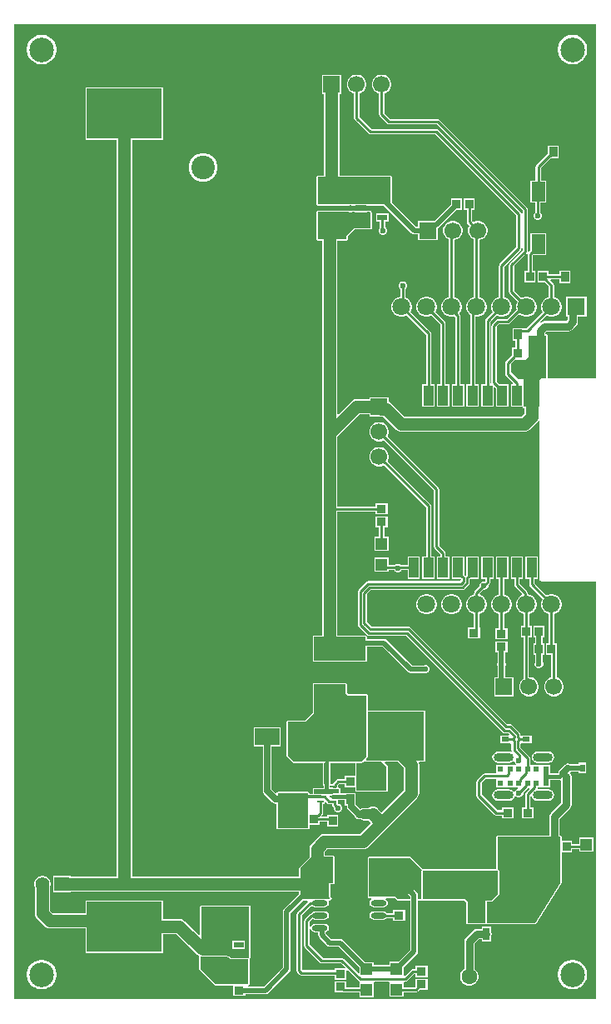
<source format=gtl>
G04*
G04 #@! TF.GenerationSoftware,Altium Limited,Altium Designer,22.2.1 (43)*
G04*
G04 Layer_Physical_Order=1*
G04 Layer_Color=255*
%FSLAX25Y25*%
%MOIN*%
G70*
G04*
G04 #@! TF.SameCoordinates,7FF29AC8-F327-4267-8616-DCF866A2A884*
G04*
G04*
G04 #@! TF.FilePolarity,Positive*
G04*
G01*
G75*
%ADD10C,0.01000*%
%ADD21R,0.04724X0.04724*%
%ADD22R,0.03347X0.03740*%
%ADD23R,0.03740X0.03347*%
%ADD24R,0.03150X0.01968*%
%ADD25R,0.01968X0.03150*%
%ADD26R,0.03543X0.03937*%
%ADD27R,0.30000X0.20000*%
%ADD28R,0.03937X0.07874*%
%ADD29R,0.02756X0.02756*%
%ADD30R,0.06496X0.04724*%
%ADD31R,0.03937X0.03543*%
%ADD32R,0.09843X0.06693*%
%ADD33O,0.06299X0.02362*%
%ADD34R,0.11811X0.13780*%
%ADD35R,0.04724X0.06496*%
%ADD36R,0.03937X0.02362*%
%ADD37R,0.09705X0.04134*%
%ADD38R,0.09705X0.13937*%
%ADD39R,0.02756X0.04921*%
%ADD40R,0.02677X0.01102*%
%ADD41R,0.05315X0.07874*%
%ADD74C,0.02000*%
%ADD75C,0.05000*%
%ADD76C,0.01200*%
%ADD77C,0.01500*%
%ADD78C,0.03000*%
%ADD79C,0.02500*%
%ADD80C,0.04000*%
%ADD81C,0.06299*%
%ADD82R,0.06693X0.06693*%
%ADD83C,0.06693*%
%ADD84R,0.02441X0.02441*%
%ADD85O,0.07874X0.03543*%
%ADD86C,0.09449*%
%ADD87C,0.09843*%
%ADD88R,0.07087X0.07087*%
%ADD89C,0.07087*%
%ADD90C,0.05512*%
%ADD91R,0.05906X0.05512*%
%ADD92R,0.06693X0.06693*%
%ADD93C,0.02362*%
G36*
X143500Y316887D02*
Y310500D01*
X137000D01*
X134000Y307500D01*
Y306000D01*
X122500D01*
Y317000D01*
X134728D01*
X135166Y316819D01*
X135834D01*
X136272Y317000D01*
X137200D01*
Y316819D01*
X142138D01*
Y317000D01*
X143228D01*
X143500Y316887D01*
D02*
G37*
G36*
X234000Y250303D02*
X214541D01*
Y267500D01*
X214383Y267883D01*
X214000Y268041D01*
X213496D01*
Y268626D01*
X214059Y269189D01*
X222806D01*
X223587Y269344D01*
X224248Y269786D01*
X226006Y271544D01*
X226448Y272205D01*
X226603Y272986D01*
Y274957D01*
X230043D01*
Y283043D01*
X221957D01*
Y274957D01*
X222525D01*
Y273830D01*
X221962Y273268D01*
X213214D01*
X212434Y273112D01*
X211914Y272765D01*
X211596Y273154D01*
X213954Y275512D01*
X214439Y275232D01*
X215468Y274957D01*
X216532D01*
X217561Y275232D01*
X218483Y275765D01*
X219235Y276517D01*
X219768Y277439D01*
X220043Y278468D01*
Y279532D01*
X219768Y280561D01*
X219235Y281483D01*
X218483Y282235D01*
X217561Y282768D01*
X217020Y282913D01*
Y287559D01*
X216942Y287949D01*
X216721Y288280D01*
X215482Y289518D01*
X215674Y289980D01*
X219071D01*
Y288531D01*
X223614D01*
Y293468D01*
X219071D01*
Y292020D01*
X214732D01*
Y293370D01*
X210386D01*
Y288630D01*
X213487D01*
X214980Y287137D01*
Y282913D01*
X214439Y282768D01*
X213517Y282235D01*
X212765Y281483D01*
X212232Y280561D01*
X211957Y279532D01*
Y278468D01*
X212232Y277439D01*
X212512Y276954D01*
X206046Y270488D01*
X203929D01*
X203831Y270468D01*
X200386D01*
Y265531D01*
X201480D01*
Y262732D01*
X200130D01*
Y259631D01*
X197779Y257280D01*
X197558Y256949D01*
X197480Y256559D01*
Y252000D01*
X197558Y251610D01*
X197779Y251279D01*
X200600Y248458D01*
X200409Y247996D01*
X199705D01*
Y239122D01*
X204459D01*
Y239000D01*
X204617Y238617D01*
X205000Y238459D01*
X205053D01*
Y236182D01*
X203896Y235026D01*
X157253D01*
X151986Y240293D01*
X151359Y240774D01*
X150847Y240986D01*
Y242846D01*
X143154D01*
Y242026D01*
X138000D01*
X138000Y242026D01*
X137217Y241923D01*
X136487Y241620D01*
X135860Y241140D01*
X135860Y241140D01*
X130738Y236017D01*
X130276Y236208D01*
Y305459D01*
X134000D01*
X134383Y305617D01*
X134541Y306000D01*
Y307276D01*
X137224Y309959D01*
X143500D01*
X143883Y310117D01*
X144041Y310500D01*
Y316887D01*
X144000Y316987D01*
Y317095D01*
X143924Y317171D01*
X143883Y317270D01*
X143783Y317311D01*
X143707Y317388D01*
X143436Y317500D01*
X143328D01*
X143228Y317541D01*
X142138D01*
X141755Y317383D01*
X141745Y317360D01*
X137593D01*
X137583Y317383D01*
X137200Y317541D01*
X136272D01*
X136172Y317500D01*
X136065D01*
X135727Y317360D01*
X135273D01*
X134935Y317500D01*
X134828D01*
X134728Y317541D01*
X122500D01*
X122117Y317383D01*
X121959Y317000D01*
Y306000D01*
X122117Y305617D01*
X122500Y305459D01*
X124224D01*
Y228250D01*
Y198000D01*
Y147541D01*
X121000D01*
X120617Y147383D01*
X120459Y147000D01*
Y137500D01*
X120617Y137117D01*
X121000Y136959D01*
X141500D01*
X141883Y137117D01*
X142041Y137500D01*
Y142971D01*
X148366D01*
X158419Y132919D01*
X158915Y132587D01*
X159500Y132471D01*
X164799D01*
X165166Y132319D01*
X165834D01*
X166452Y132575D01*
X166925Y133048D01*
X167181Y133666D01*
Y134334D01*
X166925Y134952D01*
X166452Y135425D01*
X165834Y135681D01*
X165166D01*
X164799Y135529D01*
X160134D01*
X150081Y145581D01*
X149585Y145913D01*
X149000Y146029D01*
X142041D01*
Y147000D01*
X141883Y147383D01*
X141500Y147541D01*
X130276D01*
Y197099D01*
X145630D01*
Y195945D01*
X150370D01*
Y200291D01*
X145630D01*
Y199138D01*
X130276D01*
Y226997D01*
X139253Y235974D01*
X143154D01*
Y235154D01*
X147650D01*
X147846Y235128D01*
X148593D01*
X153860Y229860D01*
X153860Y229860D01*
X154487Y229380D01*
X155217Y229077D01*
X156000Y228974D01*
X205150D01*
X205933Y229077D01*
X206663Y229380D01*
X207289Y229860D01*
X210218Y232789D01*
X210218Y232789D01*
X210699Y233416D01*
X211197Y233312D01*
Y170000D01*
X211258Y169693D01*
X211432Y169432D01*
X211693Y169258D01*
X212000Y169197D01*
X234000D01*
Y2000D01*
X1000D01*
Y392000D01*
X234000D01*
Y250303D01*
D02*
G37*
G36*
X214000D02*
X212000D01*
X211693Y250242D01*
X211432Y250068D01*
X211258Y249807D01*
X211197Y249500D01*
Y239197D01*
X211000Y239000D01*
X205000D01*
Y250000D01*
X203000D01*
X199815Y253185D01*
Y256432D01*
X201257Y257874D01*
X205874D01*
X207000Y259000D01*
Y267500D01*
X214000D01*
Y250303D01*
D02*
G37*
G36*
X141500Y137500D02*
X121000D01*
Y147000D01*
X141500D01*
Y137500D01*
D02*
G37*
%LPC*%
G36*
X224991Y387795D02*
X223828D01*
X222687Y387568D01*
X221612Y387123D01*
X220645Y386477D01*
X219822Y385654D01*
X219176Y384687D01*
X218731Y383612D01*
X218504Y382471D01*
Y381308D01*
X218731Y380167D01*
X219176Y379093D01*
X219822Y378125D01*
X220645Y377303D01*
X221612Y376656D01*
X222687Y376211D01*
X223828Y375984D01*
X224991D01*
X226132Y376211D01*
X227207Y376656D01*
X228174Y377303D01*
X228997Y378125D01*
X229643Y379093D01*
X230088Y380167D01*
X230315Y381308D01*
Y382471D01*
X230088Y383612D01*
X229643Y384687D01*
X228997Y385654D01*
X228174Y386477D01*
X227207Y387123D01*
X226132Y387568D01*
X224991Y387795D01*
D02*
G37*
G36*
X12393D02*
X11229D01*
X10088Y387568D01*
X9014Y387123D01*
X8046Y386477D01*
X7224Y385654D01*
X6578Y384687D01*
X6132Y383612D01*
X5906Y382471D01*
Y381308D01*
X6132Y380167D01*
X6578Y379093D01*
X7224Y378125D01*
X8046Y377303D01*
X9014Y376656D01*
X10088Y376211D01*
X11229Y375984D01*
X12393D01*
X13534Y376211D01*
X14608Y376656D01*
X15576Y377303D01*
X16398Y378125D01*
X17044Y379093D01*
X17490Y380167D01*
X17717Y381308D01*
Y382471D01*
X17490Y383612D01*
X17044Y384687D01*
X16398Y385654D01*
X15576Y386477D01*
X14608Y387123D01*
X13534Y387568D01*
X12393Y387795D01*
D02*
G37*
G36*
X77248Y340461D02*
X75744D01*
X74292Y340072D01*
X72991Y339320D01*
X71928Y338257D01*
X71176Y336955D01*
X70787Y335504D01*
Y334000D01*
X71176Y332548D01*
X71928Y331247D01*
X72991Y330184D01*
X74292Y329432D01*
X75744Y329043D01*
X77248D01*
X78699Y329432D01*
X80001Y330184D01*
X81064Y331247D01*
X81816Y332548D01*
X82205Y334000D01*
Y335504D01*
X81816Y336955D01*
X81064Y338257D01*
X80001Y339320D01*
X78699Y340072D01*
X77248Y340461D01*
D02*
G37*
G36*
X148506Y371847D02*
X147494D01*
X146515Y371584D01*
X145638Y371078D01*
X144922Y370362D01*
X144416Y369485D01*
X144153Y368506D01*
Y367494D01*
X144416Y366515D01*
X144922Y365638D01*
X145638Y364922D01*
X146515Y364416D01*
X146980Y364291D01*
Y356000D01*
X147058Y355610D01*
X147279Y355279D01*
X150279Y352279D01*
X150610Y352058D01*
X151000Y351980D01*
X170078D01*
X204480Y317578D01*
Y316246D01*
X203980Y316197D01*
X203942Y316390D01*
X203721Y316721D01*
X170721Y349721D01*
X170390Y349942D01*
X170000Y350020D01*
X143922D01*
X139020Y354922D01*
Y364291D01*
X139485Y364416D01*
X140362Y364922D01*
X141078Y365638D01*
X141584Y366515D01*
X141847Y367494D01*
Y368506D01*
X141584Y369485D01*
X141078Y370362D01*
X140362Y371078D01*
X139485Y371584D01*
X138506Y371847D01*
X137494D01*
X136515Y371584D01*
X135638Y371078D01*
X134922Y370362D01*
X134416Y369485D01*
X134153Y368506D01*
Y367494D01*
X134416Y366515D01*
X134922Y365638D01*
X135638Y364922D01*
X136515Y364416D01*
X136980Y364291D01*
Y354500D01*
X137058Y354110D01*
X137279Y353779D01*
X142779Y348279D01*
X143110Y348058D01*
X143500Y347980D01*
X169578D01*
X201980Y315578D01*
Y302922D01*
X195279Y296221D01*
X195058Y295890D01*
X194980Y295500D01*
Y282913D01*
X194439Y282768D01*
X193517Y282235D01*
X192765Y281483D01*
X192232Y280561D01*
X191957Y279532D01*
Y278468D01*
X192232Y277439D01*
X192512Y276954D01*
X189641Y274083D01*
X189420Y273752D01*
X189343Y273362D01*
Y247996D01*
X187894D01*
Y239122D01*
X192831D01*
Y246869D01*
X193293Y247061D01*
X193799Y246554D01*
Y239122D01*
X198736D01*
Y247996D01*
X195241D01*
X194020Y249218D01*
Y271078D01*
X194922Y271980D01*
X198500D01*
X198890Y272058D01*
X199221Y272279D01*
X203112Y276170D01*
X203517Y275765D01*
X204439Y275232D01*
X205468Y274957D01*
X206532D01*
X207561Y275232D01*
X208483Y275765D01*
X209235Y276517D01*
X209768Y277439D01*
X210043Y278468D01*
Y279532D01*
X209768Y280561D01*
X209235Y281483D01*
X208483Y282235D01*
X207561Y282768D01*
X206532Y283043D01*
X205468D01*
X204439Y282768D01*
X203954Y282488D01*
X201020Y285422D01*
Y295290D01*
X205963Y300233D01*
X206423Y299987D01*
X206421Y299977D01*
Y293370D01*
X205268D01*
Y288630D01*
X209614D01*
Y293370D01*
X208460D01*
Y299543D01*
X208519D01*
X208617Y299562D01*
X213833D01*
Y308436D01*
X207519D01*
Y301426D01*
X207306Y301283D01*
X206978Y300956D01*
X206518Y301202D01*
X206520Y301213D01*
Y318000D01*
X206442Y318390D01*
X206221Y318721D01*
X171221Y353721D01*
X170890Y353942D01*
X170500Y354020D01*
X151422D01*
X149020Y356422D01*
Y364291D01*
X149485Y364416D01*
X150362Y364922D01*
X151078Y365638D01*
X151584Y366515D01*
X151847Y367494D01*
Y368506D01*
X151584Y369485D01*
X151078Y370362D01*
X150362Y371078D01*
X149485Y371584D01*
X148506Y371847D01*
D02*
G37*
G36*
X218957Y343468D02*
X214413D01*
Y340170D01*
X209955Y335712D01*
X209734Y335381D01*
X209656Y334991D01*
Y329436D01*
X207519D01*
Y320562D01*
X209480D01*
Y316858D01*
X209075Y316452D01*
X208819Y315834D01*
Y315166D01*
X209075Y314548D01*
X209548Y314075D01*
X210166Y313819D01*
X210834D01*
X211452Y314075D01*
X211925Y314548D01*
X212181Y315166D01*
Y315834D01*
X211925Y316452D01*
X211520Y316858D01*
Y320562D01*
X213833D01*
Y329436D01*
X211696D01*
Y334569D01*
X215658Y338531D01*
X218957D01*
Y343468D01*
D02*
G37*
G36*
X150800Y316441D02*
X145863D01*
Y313079D01*
X147311D01*
Y310689D01*
X147075Y310452D01*
X146819Y309834D01*
Y309166D01*
X147075Y308548D01*
X147548Y308075D01*
X148166Y307819D01*
X148834D01*
X149452Y308075D01*
X149925Y308548D01*
X150181Y309166D01*
Y309834D01*
X149925Y310452D01*
X149452Y310925D01*
X149351Y310967D01*
Y313079D01*
X150800D01*
Y316441D01*
D02*
G37*
G36*
X131846Y371847D02*
X124153D01*
Y364154D01*
X124974D01*
Y331541D01*
X122500D01*
X122117Y331383D01*
X121959Y331000D01*
Y320000D01*
X122117Y319617D01*
X122500Y319459D01*
X134728D01*
X134828Y319500D01*
X134935D01*
X135273Y319640D01*
X135727D01*
X136065Y319500D01*
X136172D01*
X136272Y319459D01*
X137200D01*
X137583Y319617D01*
X137593Y319640D01*
X141745D01*
X141755Y319617D01*
X142138Y319459D01*
X143228D01*
X143328Y319500D01*
X143436D01*
X143773Y319640D01*
X144227D01*
X144564Y319500D01*
X144672D01*
X144772Y319459D01*
X148950D01*
X159990Y308419D01*
X160486Y308087D01*
X161071Y307971D01*
X162654D01*
Y305654D01*
X170346D01*
Y310428D01*
X170373Y310434D01*
X170869Y310765D01*
X177734Y317630D01*
X180114D01*
Y322370D01*
X175768D01*
Y319990D01*
X169154Y313376D01*
X168846D01*
X168699Y313347D01*
X162654D01*
Y311029D01*
X161705D01*
X152041Y320693D01*
Y331000D01*
X151883Y331383D01*
X151500Y331541D01*
X131026D01*
Y364154D01*
X131846D01*
Y371847D01*
D02*
G37*
G36*
X185232Y322370D02*
X180886D01*
Y317630D01*
X182039D01*
Y312941D01*
X182117Y312551D01*
X182338Y312220D01*
X183156Y311402D01*
X182916Y310985D01*
X182653Y310006D01*
Y308994D01*
X182916Y308015D01*
X183422Y307138D01*
X184138Y306422D01*
X184980Y305936D01*
Y282913D01*
X184439Y282768D01*
X183517Y282235D01*
X182765Y281483D01*
X182232Y280561D01*
X181957Y279532D01*
Y278468D01*
X182232Y277439D01*
X182765Y276517D01*
X183443Y275839D01*
X183437Y275810D01*
Y247996D01*
X181988D01*
Y239122D01*
X186925D01*
Y247996D01*
X185476D01*
Y274957D01*
X186532D01*
X187561Y275232D01*
X188483Y275765D01*
X189235Y276517D01*
X189768Y277439D01*
X190043Y278468D01*
Y279532D01*
X189768Y280561D01*
X189235Y281483D01*
X188483Y282235D01*
X187561Y282768D01*
X187020Y282913D01*
Y305657D01*
X187985Y305916D01*
X188862Y306422D01*
X189578Y307138D01*
X190084Y308015D01*
X190347Y308994D01*
Y310006D01*
X190084Y310985D01*
X189578Y311862D01*
X188862Y312578D01*
X187985Y313084D01*
X187006Y313347D01*
X185994D01*
X185015Y313084D01*
X184598Y312844D01*
X184079Y313363D01*
Y317630D01*
X185232D01*
Y322370D01*
D02*
G37*
G36*
X177006Y313347D02*
X175994D01*
X175015Y313084D01*
X174138Y312578D01*
X173422Y311862D01*
X172916Y310985D01*
X172653Y310006D01*
Y308994D01*
X172916Y308015D01*
X173422Y307138D01*
X174138Y306422D01*
X174980Y305936D01*
Y282913D01*
X174439Y282768D01*
X173517Y282235D01*
X172765Y281483D01*
X172232Y280561D01*
X171957Y279532D01*
Y278468D01*
X172232Y277439D01*
X172765Y276517D01*
X173517Y275765D01*
X174439Y275232D01*
X175468Y274957D01*
X176532D01*
X177098Y275108D01*
X177532Y274751D01*
Y247996D01*
X176083D01*
Y239122D01*
X181020D01*
Y247996D01*
X179571D01*
Y275371D01*
X179493Y275761D01*
X179272Y276092D01*
X179041Y276323D01*
X179235Y276517D01*
X179768Y277439D01*
X180043Y278468D01*
Y279532D01*
X179768Y280561D01*
X179235Y281483D01*
X178483Y282235D01*
X177561Y282768D01*
X177020Y282913D01*
Y305657D01*
X177985Y305916D01*
X178862Y306422D01*
X179578Y307138D01*
X180084Y308015D01*
X180347Y308994D01*
Y310006D01*
X180084Y310985D01*
X179578Y311862D01*
X178862Y312578D01*
X177985Y313084D01*
X177006Y313347D01*
D02*
G37*
G36*
X166532Y283043D02*
X165468D01*
X164439Y282768D01*
X163517Y282235D01*
X162765Y281483D01*
X162232Y280561D01*
X161957Y279532D01*
Y278468D01*
X162232Y277439D01*
X162765Y276517D01*
X163517Y275765D01*
X164439Y275232D01*
X165468Y274957D01*
X166532D01*
X167561Y275232D01*
X168046Y275512D01*
X171626Y271932D01*
Y247996D01*
X170177D01*
Y239122D01*
X175114D01*
Y247996D01*
X173665D01*
Y272354D01*
X173588Y272745D01*
X173367Y273075D01*
X169488Y276954D01*
X169768Y277439D01*
X170043Y278468D01*
Y279532D01*
X169768Y280561D01*
X169235Y281483D01*
X168483Y282235D01*
X167561Y282768D01*
X166532Y283043D01*
D02*
G37*
G36*
X156834Y289181D02*
X156166D01*
X155548Y288925D01*
X155075Y288452D01*
X154819Y287834D01*
Y287166D01*
X155075Y286548D01*
X155480Y286142D01*
Y283043D01*
X155468D01*
X154439Y282768D01*
X153517Y282235D01*
X152765Y281483D01*
X152232Y280561D01*
X151957Y279532D01*
Y278468D01*
X152232Y277439D01*
X152765Y276517D01*
X153517Y275765D01*
X154439Y275232D01*
X155468Y274957D01*
X156532D01*
X157561Y275232D01*
X158046Y275512D01*
X165720Y267838D01*
Y247996D01*
X164272D01*
Y239122D01*
X169209D01*
Y247996D01*
X167760D01*
Y268260D01*
X167682Y268650D01*
X167461Y268981D01*
X159488Y276954D01*
X159768Y277439D01*
X160043Y278468D01*
Y279532D01*
X159768Y280561D01*
X159235Y281483D01*
X158483Y282235D01*
X157561Y282768D01*
X157520Y282779D01*
Y286142D01*
X157925Y286548D01*
X158181Y287166D01*
Y287834D01*
X157925Y288452D01*
X157452Y288925D01*
X156834Y289181D01*
D02*
G37*
G36*
X150370Y195173D02*
X145630D01*
Y190827D01*
X146980D01*
Y186996D01*
X145138D01*
Y181272D01*
X150862D01*
Y186996D01*
X149020D01*
Y190827D01*
X150370D01*
Y195173D01*
D02*
G37*
G36*
X163303Y179098D02*
X158366D01*
Y175681D01*
X155696D01*
X155452Y175925D01*
X154834Y176181D01*
X154166D01*
X153548Y175925D01*
X153304Y175681D01*
X150862D01*
Y178728D01*
X145138D01*
Y173004D01*
X150862D01*
Y173642D01*
X153036D01*
X153075Y173548D01*
X153548Y173075D01*
X154166Y172819D01*
X154834D01*
X155452Y173075D01*
X155925Y173548D01*
X155964Y173642D01*
X158366D01*
Y170224D01*
X163303D01*
Y179098D01*
D02*
G37*
G36*
X147506Y232846D02*
X146494D01*
X145515Y232584D01*
X144638Y232078D01*
X143922Y231362D01*
X143416Y230485D01*
X143154Y229506D01*
Y228494D01*
X143416Y227515D01*
X143922Y226638D01*
X144638Y225922D01*
X145515Y225416D01*
X146494Y225153D01*
X147506D01*
X148485Y225416D01*
X148902Y225656D01*
X168980Y205578D01*
Y183000D01*
X169058Y182610D01*
X169279Y182279D01*
X171626Y179932D01*
Y179098D01*
X170177D01*
Y170224D01*
X175114D01*
Y179098D01*
X173665D01*
Y180354D01*
X173588Y180745D01*
X173367Y181075D01*
X171020Y183422D01*
Y206000D01*
X170942Y206390D01*
X170721Y206721D01*
X150344Y227098D01*
X150584Y227515D01*
X150847Y228494D01*
Y229506D01*
X150584Y230485D01*
X150078Y231362D01*
X149362Y232078D01*
X148485Y232584D01*
X147506Y232846D01*
D02*
G37*
G36*
Y222847D02*
X146494D01*
X145515Y222584D01*
X144638Y222078D01*
X143922Y221362D01*
X143416Y220485D01*
X143154Y219506D01*
Y218494D01*
X143416Y217515D01*
X143922Y216638D01*
X144638Y215922D01*
X145515Y215416D01*
X146494Y215154D01*
X147506D01*
X148485Y215416D01*
X148902Y215656D01*
X165720Y198838D01*
Y179098D01*
X164272D01*
Y170224D01*
X169209D01*
Y179098D01*
X167760D01*
Y199260D01*
X167682Y199650D01*
X167461Y199981D01*
X150344Y217098D01*
X150584Y217515D01*
X150847Y218494D01*
Y219506D01*
X150584Y220485D01*
X150078Y221362D01*
X149362Y222078D01*
X148485Y222584D01*
X147506Y222847D01*
D02*
G37*
G36*
X176532Y164043D02*
X175468D01*
X174439Y163768D01*
X173517Y163235D01*
X172765Y162483D01*
X172232Y161561D01*
X171957Y160532D01*
Y159468D01*
X172232Y158439D01*
X172765Y157517D01*
X173517Y156765D01*
X174439Y156232D01*
X175468Y155957D01*
X176532D01*
X177561Y156232D01*
X178483Y156765D01*
X179235Y157517D01*
X179768Y158439D01*
X180043Y159468D01*
Y160532D01*
X179768Y161561D01*
X179235Y162483D01*
X178483Y163235D01*
X177561Y163768D01*
X176532Y164043D01*
D02*
G37*
G36*
X166532D02*
X165468D01*
X164439Y163768D01*
X163517Y163235D01*
X162765Y162483D01*
X162232Y161561D01*
X161957Y160532D01*
Y159468D01*
X162232Y158439D01*
X162765Y157517D01*
X163517Y156765D01*
X164439Y156232D01*
X165468Y155957D01*
X166532D01*
X167561Y156232D01*
X168483Y156765D01*
X169235Y157517D01*
X169768Y158439D01*
X170043Y159468D01*
Y160532D01*
X169768Y161561D01*
X169235Y162483D01*
X168483Y163235D01*
X167561Y163768D01*
X166532Y164043D01*
D02*
G37*
G36*
X192831Y179098D02*
X187894D01*
Y170224D01*
X189343D01*
Y169284D01*
X189239Y169181D01*
X188666D01*
X188048Y168925D01*
X187575Y168452D01*
X187319Y167834D01*
Y167261D01*
X185279Y165221D01*
X185058Y164890D01*
X184980Y164500D01*
Y163913D01*
X184439Y163768D01*
X183517Y163235D01*
X182765Y162483D01*
X182232Y161561D01*
X181957Y160532D01*
Y159468D01*
X182232Y158439D01*
X182765Y157517D01*
X183517Y156765D01*
X184439Y156232D01*
X184980Y156087D01*
Y150732D01*
X182630D01*
Y146386D01*
X187370D01*
Y150732D01*
X187020D01*
Y156087D01*
X187561Y156232D01*
X188483Y156765D01*
X189235Y157517D01*
X189768Y158439D01*
X190043Y159468D01*
Y160532D01*
X189768Y161561D01*
X189235Y162483D01*
X188483Y163235D01*
X187561Y163768D01*
X187447Y163798D01*
X187298Y164356D01*
X188761Y165819D01*
X189334D01*
X189952Y166075D01*
X190425Y166548D01*
X190681Y167166D01*
Y167739D01*
X191083Y168141D01*
X191304Y168472D01*
X191382Y168862D01*
Y170224D01*
X192831D01*
Y179098D01*
D02*
G37*
G36*
X198736D02*
X193799D01*
Y170224D01*
X194980D01*
Y163913D01*
X194439Y163768D01*
X193517Y163235D01*
X192765Y162483D01*
X192232Y161561D01*
X191957Y160532D01*
Y159468D01*
X192232Y158439D01*
X192765Y157517D01*
X193517Y156765D01*
X194439Y156232D01*
X194980Y156087D01*
Y150291D01*
X193630D01*
Y145945D01*
X198370D01*
Y150291D01*
X197020D01*
Y156087D01*
X197561Y156232D01*
X198483Y156765D01*
X199235Y157517D01*
X199768Y158439D01*
X200043Y159468D01*
Y160532D01*
X199768Y161561D01*
X199235Y162483D01*
X198483Y163235D01*
X197561Y163768D01*
X197020Y163913D01*
Y170224D01*
X198736D01*
Y179098D01*
D02*
G37*
G36*
X213173Y151370D02*
X208827D01*
Y146630D01*
X209352D01*
Y144370D01*
X208709D01*
Y139630D01*
X209352D01*
Y136416D01*
X209319Y136334D01*
Y135666D01*
X209575Y135048D01*
X210048Y134575D01*
X210666Y134319D01*
X211334D01*
X211952Y134575D01*
X212425Y135048D01*
X212681Y135666D01*
Y136334D01*
X212425Y136952D01*
X212411Y136966D01*
Y139630D01*
X213055D01*
Y144370D01*
X212411D01*
Y146630D01*
X213173D01*
Y151370D01*
D02*
G37*
G36*
X210547Y179098D02*
X205610D01*
Y170224D01*
X207059D01*
Y167921D01*
X207137Y167531D01*
X207358Y167200D01*
X212512Y162046D01*
X212232Y161561D01*
X211957Y160532D01*
Y159468D01*
X212232Y158439D01*
X212765Y157517D01*
X213517Y156765D01*
X214439Y156232D01*
X214980Y156087D01*
Y144370D01*
X213827D01*
Y139630D01*
X215980D01*
Y130709D01*
X215515Y130584D01*
X214638Y130078D01*
X213922Y129362D01*
X213416Y128485D01*
X213154Y127506D01*
Y126494D01*
X213416Y125515D01*
X213922Y124638D01*
X214638Y123922D01*
X215515Y123416D01*
X216494Y123153D01*
X217506D01*
X218485Y123416D01*
X219362Y123922D01*
X220078Y124638D01*
X220584Y125515D01*
X220847Y126494D01*
Y127506D01*
X220584Y128485D01*
X220078Y129362D01*
X219362Y130078D01*
X218485Y130584D01*
X218020Y130709D01*
Y139630D01*
X218173D01*
Y144370D01*
X217020D01*
Y156087D01*
X217561Y156232D01*
X218483Y156765D01*
X219235Y157517D01*
X219768Y158439D01*
X220043Y159468D01*
Y160532D01*
X219768Y161561D01*
X219235Y162483D01*
X218483Y163235D01*
X217561Y163768D01*
X216532Y164043D01*
X215468D01*
X214439Y163768D01*
X213954Y163488D01*
X209098Y168344D01*
Y170224D01*
X210547D01*
Y179098D01*
D02*
G37*
G36*
X204642D02*
X199705D01*
Y170224D01*
X201154D01*
Y167827D01*
X201231Y167437D01*
X201452Y167106D01*
X204309Y164250D01*
X204329Y164172D01*
X204240Y163653D01*
X203517Y163235D01*
X202765Y162483D01*
X202232Y161561D01*
X201957Y160532D01*
Y159468D01*
X202232Y158439D01*
X202765Y157517D01*
X203517Y156765D01*
X204439Y156232D01*
X204980Y156087D01*
Y151370D01*
X203709D01*
Y146630D01*
X204862D01*
Y130207D01*
X204638Y130078D01*
X203922Y129362D01*
X203416Y128485D01*
X203153Y127506D01*
Y126494D01*
X203416Y125515D01*
X203922Y124638D01*
X204638Y123922D01*
X205515Y123416D01*
X206494Y123153D01*
X207506D01*
X208485Y123416D01*
X209362Y123922D01*
X210078Y124638D01*
X210584Y125515D01*
X210846Y126494D01*
Y127506D01*
X210584Y128485D01*
X210078Y129362D01*
X209362Y130078D01*
X208485Y130584D01*
X207506Y130847D01*
X206902D01*
Y146630D01*
X208055D01*
Y151370D01*
X207020D01*
Y156087D01*
X207561Y156232D01*
X208483Y156765D01*
X209235Y157517D01*
X209768Y158439D01*
X210043Y159468D01*
Y160532D01*
X209768Y161561D01*
X209235Y162483D01*
X208483Y163235D01*
X207561Y163768D01*
X206562Y164035D01*
Y164457D01*
X206485Y164848D01*
X206263Y165179D01*
X203193Y168249D01*
Y170224D01*
X204642D01*
Y179098D01*
D02*
G37*
G36*
X198370Y145173D02*
X193630D01*
Y140827D01*
X194471D01*
Y136701D01*
X194319Y136334D01*
Y135666D01*
X194471Y135299D01*
Y130847D01*
X193154D01*
Y123153D01*
X200847D01*
Y130847D01*
X197529D01*
Y135299D01*
X197681Y135666D01*
Y136334D01*
X197529Y136701D01*
Y140827D01*
X198370D01*
Y145173D01*
D02*
G37*
G36*
X214724Y101159D02*
X210393D01*
X209507Y100982D01*
X208755Y100480D01*
X208253Y99729D01*
X208077Y98843D01*
X208253Y97956D01*
X208755Y97205D01*
X209507Y96703D01*
X210393Y96526D01*
X214724D01*
X215610Y96703D01*
X216362Y97205D01*
X216864Y97956D01*
X217040Y98843D01*
X216864Y99729D01*
X216362Y100480D01*
X215610Y100982D01*
X214724Y101159D01*
D02*
G37*
G36*
X60500Y366800D02*
X29500D01*
Y345800D01*
X41974D01*
Y51026D01*
X23453D01*
Y51256D01*
X16547D01*
Y44744D01*
X23453D01*
Y44974D01*
X114959D01*
Y44122D01*
X108919Y38081D01*
X108587Y37585D01*
X108471Y37000D01*
Y14634D01*
X100807Y6970D01*
X94528D01*
X94500Y7459D01*
X94883Y7617D01*
X95041Y8000D01*
Y18000D01*
X94965Y18185D01*
X95111Y18298D01*
X95301Y18425D01*
X95329Y18468D01*
X95337Y18474D01*
X95383Y18493D01*
X95443Y18639D01*
X95531Y18770D01*
X95520Y18824D01*
X95541Y18875D01*
Y39000D01*
X95383Y39383D01*
X95000Y39541D01*
X76000D01*
X76000Y39541D01*
X75617Y39383D01*
X75617Y39383D01*
X75302Y39068D01*
X75144Y38685D01*
X75144Y38685D01*
Y27789D01*
X74682Y27597D01*
X69140Y33140D01*
X68513Y33621D01*
X67783Y33923D01*
X67000Y34026D01*
X60500D01*
Y41500D01*
X29500D01*
Y36400D01*
X16308D01*
X15152Y37556D01*
Y46729D01*
X15160Y46743D01*
X15382Y47571D01*
Y48429D01*
X15160Y49257D01*
X14731Y49999D01*
X14125Y50605D01*
X13383Y51034D01*
X12555Y51256D01*
X11697D01*
X10869Y51034D01*
X10127Y50605D01*
X9521Y49999D01*
X9092Y49257D01*
X8870Y48429D01*
Y47571D01*
X9092Y46743D01*
X9100Y46729D01*
Y36303D01*
X9203Y35520D01*
X9505Y34790D01*
X9986Y34163D01*
X12915Y31234D01*
X12915Y31234D01*
X13542Y30753D01*
X14272Y30451D01*
X15055Y30348D01*
X15055Y30348D01*
X29500D01*
Y20500D01*
X60500D01*
Y27974D01*
X65747D01*
X73545Y20175D01*
X74172Y19694D01*
X74902Y19392D01*
X75030Y19171D01*
X74959Y19000D01*
Y14000D01*
X75117Y13617D01*
X81117Y7617D01*
X81500Y7459D01*
X81500Y7459D01*
X88630D01*
Y3268D01*
X93370D01*
Y3912D01*
X101441D01*
X102026Y4028D01*
X102522Y4360D01*
X111081Y12919D01*
X111413Y13415D01*
X111529Y14000D01*
Y36367D01*
X116622Y41459D01*
X118310D01*
X118517Y40959D01*
X114279Y36721D01*
X114058Y36390D01*
X113980Y36000D01*
Y13500D01*
X114058Y13110D01*
X114279Y12779D01*
X115220Y11838D01*
X115551Y11617D01*
X115941Y11540D01*
X129130D01*
Y9886D01*
X133870D01*
Y13535D01*
X134332Y13726D01*
X138779Y9279D01*
X139087Y9073D01*
X139136Y8610D01*
X139138Y8582D01*
X139138Y8543D01*
Y6752D01*
X133870D01*
Y9114D01*
X129130D01*
Y4768D01*
X132575D01*
X132673Y4748D01*
X133278D01*
X133456Y4713D01*
X139138D01*
Y2870D01*
X144862D01*
Y8480D01*
X144862Y8595D01*
X145138Y8980D01*
X150742D01*
X151138Y8728D01*
X151138Y8480D01*
Y3004D01*
X156862D01*
Y4846D01*
X161925D01*
X162315Y4924D01*
X162646Y5145D01*
X163269Y5768D01*
X166370D01*
Y10114D01*
X161630D01*
Y7013D01*
X161503Y6886D01*
X156862D01*
X156862Y8728D01*
X157258Y8980D01*
X157500D01*
X157890Y9058D01*
X158221Y9279D01*
X160981Y12039D01*
X161630D01*
Y10886D01*
X166370D01*
Y15232D01*
X161630D01*
Y14079D01*
X160559D01*
X160169Y14001D01*
X159838Y13780D01*
X157362Y11304D01*
X156862Y11511D01*
Y14833D01*
X162081Y20052D01*
X162413Y20549D01*
X162529Y21134D01*
Y41459D01*
X163959D01*
X164229Y41571D01*
X164500Y41459D01*
X181276D01*
X181959Y40776D01*
Y32500D01*
X182117Y32117D01*
X182500Y31959D01*
X189500D01*
X189771Y32071D01*
X190041Y31959D01*
X209500D01*
X209559Y31983D01*
X209622Y31973D01*
X209744Y32060D01*
X209883Y32117D01*
X209907Y32176D01*
X209959Y32213D01*
X219959Y48213D01*
X219984Y48361D01*
X220041Y48500D01*
Y60630D01*
X224213D01*
Y61980D01*
X227138D01*
Y61004D01*
X232862D01*
Y66728D01*
X227138D01*
Y64020D01*
X224213D01*
Y65370D01*
X220041D01*
Y67000D01*
X219883Y67383D01*
X219500Y67541D01*
X219157D01*
Y74067D01*
X223442Y78351D01*
X223884Y79013D01*
X224039Y79793D01*
Y91000D01*
X223884Y91780D01*
X223442Y92442D01*
X223427Y92592D01*
X223818Y93014D01*
X226996D01*
Y92469D01*
X229965D01*
Y94316D01*
X230010Y94543D01*
X229965Y94770D01*
Y96618D01*
X226996D01*
Y96073D01*
X223483D01*
X223305Y96192D01*
X222622Y96328D01*
X221939Y96192D01*
X221360Y95805D01*
X219278Y93722D01*
X218891Y93143D01*
X218759Y92483D01*
X218600Y92324D01*
X215460D01*
Y93421D01*
X215550Y93640D01*
Y94360D01*
X215460Y94579D01*
Y95720D01*
X214318D01*
X214100Y95811D01*
X213379D01*
X213160Y95720D01*
X211720Y95720D01*
X211519Y95720D01*
X210579D01*
X210360Y95811D01*
X209640D01*
X209421Y95720D01*
X208280D01*
Y95720D01*
X208177D01*
Y95720D01*
X207476D01*
Y98403D01*
X207399Y98794D01*
X207177Y99124D01*
X203522Y102780D01*
Y104157D01*
X203862Y104516D01*
X208012D01*
Y107484D01*
X203862D01*
X203522Y107843D01*
Y108036D01*
X203444Y108426D01*
X203223Y108756D01*
X200274Y111705D01*
X199943Y111926D01*
X199553Y112004D01*
X198251D01*
X159534Y150721D01*
X159203Y150942D01*
X158813Y151020D01*
X143922D01*
X142020Y152922D01*
Y164078D01*
X143647Y165705D01*
X180375D01*
X180765Y165782D01*
X181096Y166003D01*
X182975Y167882D01*
X183196Y168213D01*
X183273Y168603D01*
Y170216D01*
X183282Y170224D01*
X186925D01*
Y179098D01*
X181988D01*
Y171815D01*
X181843Y171669D01*
X181504Y171384D01*
X181165Y171669D01*
X181020Y171815D01*
Y179098D01*
X176083D01*
Y170224D01*
X179726D01*
X179734Y170216D01*
Y169647D01*
X179332Y169244D01*
X142603D01*
X142213Y169166D01*
X141882Y168945D01*
X138779Y165842D01*
X138558Y165512D01*
X138480Y165121D01*
Y151879D01*
X138558Y151488D01*
X138779Y151158D01*
X142158Y147779D01*
X142489Y147558D01*
X142879Y147480D01*
X157769D01*
X196486Y108763D01*
X196817Y108542D01*
X197207Y108465D01*
X198510D01*
X199028Y107946D01*
X198837Y107484D01*
X195492D01*
Y104516D01*
X199642D01*
X199983Y104157D01*
Y101736D01*
X200046Y101417D01*
X200044Y101411D01*
X199859Y101175D01*
X199677Y101019D01*
X198976Y101159D01*
X194645D01*
X193759Y100982D01*
X193007Y100480D01*
X192505Y99729D01*
X192329Y98843D01*
X192505Y97956D01*
X193007Y97205D01*
X193759Y96703D01*
X194645Y96526D01*
X198976D01*
X199862Y96703D01*
X200614Y97205D01*
X200819Y97512D01*
X201319Y97360D01*
Y97166D01*
X201575Y96548D01*
X201902Y96220D01*
X201696Y95720D01*
X201192D01*
Y95720D01*
X201090D01*
Y95720D01*
X199948D01*
X199729Y95811D01*
X199009D01*
X198790Y95720D01*
X197649D01*
Y95720D01*
X197350D01*
Y95720D01*
X196208D01*
X195989Y95811D01*
X195269D01*
X195050Y95720D01*
X193909D01*
Y94579D01*
X193818Y94360D01*
Y93640D01*
X193909Y93421D01*
Y92280D01*
X193415Y92264D01*
X189244D01*
X188854Y92186D01*
X188523Y91965D01*
X186279Y89721D01*
X186058Y89390D01*
X185980Y89000D01*
Y83500D01*
X186058Y83110D01*
X186279Y82779D01*
X193220Y75838D01*
X193551Y75617D01*
X193941Y75539D01*
X196110D01*
Y74386D01*
X200851D01*
Y78732D01*
X196110D01*
Y77579D01*
X194363D01*
X188020Y83922D01*
Y88578D01*
X189666Y90224D01*
X193415D01*
X193909Y90209D01*
Y89067D01*
X193818Y88848D01*
Y88128D01*
X193909Y87909D01*
Y86768D01*
X195050D01*
X195269Y86677D01*
X195989D01*
X196208Y86768D01*
X197350D01*
Y86768D01*
X197649D01*
Y86768D01*
X198790D01*
X199009Y86677D01*
X199729D01*
X199948Y86768D01*
X201090D01*
Y86768D01*
X201192D01*
Y86768D01*
X202334D01*
X202553Y86677D01*
X202656D01*
X202666Y86181D01*
X202048Y85925D01*
X201575Y85452D01*
X201394Y85016D01*
X200863Y84921D01*
X200855Y84922D01*
X200614Y85284D01*
X199862Y85786D01*
X198976Y85962D01*
X194645D01*
X193759Y85786D01*
X193007Y85284D01*
X192505Y84532D01*
X192329Y83646D01*
X192505Y82759D01*
X193007Y82008D01*
X193759Y81506D01*
X194645Y81330D01*
X198976D01*
X199862Y81506D01*
X200614Y82008D01*
X201116Y82759D01*
X201208Y83225D01*
X201748Y83375D01*
X202048Y83075D01*
X202666Y82819D01*
X203334D01*
X203952Y83075D01*
X204425Y83548D01*
X204681Y84166D01*
Y84739D01*
X206457Y86515D01*
X206565Y86677D01*
X206817D01*
X206954Y86603D01*
X207044Y85986D01*
X205759Y84701D01*
X205538Y84371D01*
X205461Y83980D01*
Y78732D01*
X204110D01*
Y74386D01*
X208851D01*
Y78732D01*
X207500D01*
Y83174D01*
X207642Y83269D01*
X208197Y83040D01*
X208253Y82759D01*
X208755Y82008D01*
X209507Y81506D01*
X210393Y81330D01*
X214724D01*
X215610Y81506D01*
X216362Y82008D01*
X216864Y82759D01*
X217040Y83646D01*
X216864Y84532D01*
X216362Y85284D01*
X215610Y85786D01*
X214724Y85962D01*
X210700D01*
X210401Y86406D01*
X210489Y86730D01*
X210579Y86768D01*
X212019Y86768D01*
X212221Y86768D01*
X213160D01*
X213379Y86677D01*
X214100D01*
X214318Y86768D01*
X215460D01*
Y87909D01*
X215550Y88128D01*
Y88848D01*
X215460Y89067D01*
Y89775D01*
X219128D01*
X219461Y89841D01*
X219961Y89547D01*
Y80638D01*
X215676Y76353D01*
X215234Y75692D01*
X215079Y74911D01*
Y67541D01*
X194500D01*
X194117Y67383D01*
X193959Y67000D01*
Y54041D01*
X165054D01*
X164962Y54079D01*
X164863Y54038D01*
X164755D01*
X164586Y53968D01*
X164541Y54013D01*
X164500Y54112D01*
X159729Y58883D01*
X159347Y59041D01*
X159347Y59041D01*
X143000D01*
X142617Y58883D01*
X142459Y58500D01*
Y43000D01*
X142617Y42617D01*
X143000Y42459D01*
X143848D01*
X144000Y41959D01*
X143631Y41712D01*
X143259Y41156D01*
X143129Y40500D01*
X143259Y39844D01*
X143631Y39288D01*
X144187Y38916D01*
X144843Y38786D01*
X148779D01*
X149435Y38916D01*
X149992Y39288D01*
X150363Y39844D01*
X150494Y40500D01*
X150363Y41156D01*
X149992Y41712D01*
X149622Y41959D01*
X149774Y42459D01*
X153276D01*
X154117Y41617D01*
X154500Y41459D01*
X154500Y41459D01*
X159471D01*
Y21767D01*
X154699Y16996D01*
X151138D01*
Y15663D01*
X144862D01*
Y16862D01*
X141301D01*
X132581Y25581D01*
X132085Y25913D01*
X131500Y26029D01*
X127828D01*
X125662Y28195D01*
Y28886D01*
X125813Y28916D01*
X126370Y29288D01*
X126741Y29844D01*
X126872Y30500D01*
X126741Y31156D01*
X126370Y31712D01*
X125813Y32084D01*
X125157Y32214D01*
X121221D01*
X120565Y32084D01*
X120009Y31712D01*
X119637Y31156D01*
X119604Y30989D01*
X119064Y30839D01*
X119020Y30887D01*
Y33078D01*
X120141Y34199D01*
X120565Y33916D01*
X121221Y33786D01*
X125157D01*
X125813Y33916D01*
X126370Y34288D01*
X126741Y34844D01*
X126872Y35500D01*
X126741Y36156D01*
X126370Y36712D01*
X125813Y37084D01*
X125157Y37214D01*
X121221D01*
X120565Y37084D01*
X120009Y36712D01*
X119701Y36251D01*
X119349Y36181D01*
X119018Y35960D01*
X117279Y34221D01*
X117058Y33890D01*
X116980Y33500D01*
Y23500D01*
X117058Y23110D01*
X117279Y22779D01*
X123279Y16779D01*
X123610Y16558D01*
X124000Y16480D01*
X131578D01*
X133364Y14694D01*
X133173Y14232D01*
X129130D01*
Y13579D01*
X116363D01*
X116020Y13922D01*
Y35578D01*
X119536Y39094D01*
X120009Y39288D01*
X120565Y38916D01*
X121221Y38786D01*
X125157D01*
X125813Y38916D01*
X126370Y39288D01*
X126741Y39844D01*
X126872Y40500D01*
X126780Y40959D01*
X126956Y41359D01*
X127110Y41504D01*
X127383Y41617D01*
Y41617D01*
X127883Y42117D01*
X128041Y42500D01*
X127883Y42883D01*
X127883Y42883D01*
X127541Y43224D01*
Y47959D01*
X128500D01*
X128883Y48117D01*
X129041Y48500D01*
Y59000D01*
X128883Y59383D01*
X128500Y59541D01*
X125097D01*
Y60818D01*
X126253Y61974D01*
X140500D01*
X141283Y62077D01*
X142013Y62379D01*
X142640Y62860D01*
X150140Y70360D01*
X162140Y82360D01*
X162620Y82987D01*
X162923Y83717D01*
X163026Y84500D01*
Y95874D01*
X162949Y96459D01*
X163282Y96959D01*
X165000D01*
X165383Y97117D01*
X165541Y97500D01*
Y117000D01*
X165383Y117383D01*
X165000Y117541D01*
X142541D01*
Y123500D01*
X142383Y123883D01*
X142000Y124041D01*
X134724D01*
X134041Y124724D01*
Y128000D01*
X133883Y128383D01*
X133500Y128541D01*
X121000D01*
X120617Y128383D01*
X120459Y128000D01*
Y116724D01*
X117276Y113541D01*
X110500D01*
X110117Y113383D01*
X109959Y113000D01*
Y99500D01*
X110117Y99117D01*
X110117Y99117D01*
X112617Y96617D01*
X113000Y96459D01*
X113000Y96459D01*
X124459D01*
Y88004D01*
X124617Y87621D01*
X124778Y87555D01*
Y86443D01*
X121879D01*
X121642Y86541D01*
X121000D01*
X120617Y86383D01*
X120459Y86000D01*
Y84137D01*
X119041D01*
Y84500D01*
X118883Y84883D01*
X118500Y85041D01*
X106500D01*
X106117Y84883D01*
X106038Y84692D01*
X105497Y84526D01*
X103910Y86113D01*
Y103154D01*
X107547D01*
Y110846D01*
X96705D01*
Y103154D01*
X100342D01*
Y85374D01*
X100478Y84691D01*
X100864Y84112D01*
X104238Y80738D01*
X104238Y80738D01*
X104817Y80352D01*
X105500Y80216D01*
X105959D01*
Y70500D01*
X106117Y70117D01*
X106500Y69959D01*
X118500D01*
X118883Y70117D01*
X119041Y70500D01*
Y71630D01*
X123173D01*
Y72980D01*
X126268D01*
Y71130D01*
X130614D01*
Y75870D01*
X126268D01*
Y75020D01*
X124115D01*
X123924Y75481D01*
X124201Y75759D01*
X124422Y76090D01*
X124500Y76480D01*
Y79996D01*
X125319D01*
Y80586D01*
X125781Y80777D01*
X126181Y80377D01*
X126511Y80156D01*
X126681Y80123D01*
Y79996D01*
X128231D01*
Y79767D01*
X128308Y79377D01*
X128530Y79046D01*
X128819Y78757D01*
Y78166D01*
X129075Y77548D01*
X129548Y77075D01*
X130166Y76819D01*
X130834D01*
X131452Y77075D01*
X131925Y77548D01*
X132181Y78166D01*
Y78834D01*
X131925Y79452D01*
X131452Y79925D01*
X130834Y80181D01*
X130358D01*
Y81741D01*
X133071D01*
Y79532D01*
X134080D01*
Y79136D01*
X134216Y78453D01*
X134602Y77874D01*
X137081Y75396D01*
X137116Y75220D01*
X137558Y74558D01*
X138220Y74116D01*
X139000Y73961D01*
X139552D01*
X140024Y73645D01*
X141000Y73451D01*
X142770D01*
X143721Y72500D01*
X139247Y68026D01*
X125000D01*
X125000Y68026D01*
X124217Y67923D01*
X123487Y67620D01*
X122860Y67140D01*
X122860Y67140D01*
X119931Y64211D01*
X119451Y63584D01*
X119148Y62854D01*
X119045Y62071D01*
Y58811D01*
X115117Y54883D01*
X114959Y54500D01*
X114959Y54500D01*
Y51026D01*
X48026D01*
Y345800D01*
X60500D01*
Y366800D01*
D02*
G37*
G36*
X157370Y37732D02*
X152630D01*
Y36520D01*
X150120D01*
X149992Y36712D01*
X149435Y37084D01*
X148779Y37214D01*
X144843D01*
X144187Y37084D01*
X143631Y36712D01*
X143259Y36156D01*
X143129Y35500D01*
X143259Y34844D01*
X143631Y34288D01*
X144187Y33916D01*
X144843Y33786D01*
X148779D01*
X149435Y33916D01*
X149992Y34288D01*
X150120Y34480D01*
X152630D01*
Y33386D01*
X157370D01*
Y37732D01*
D02*
G37*
G36*
X191878Y31024D02*
X188122D01*
Y30102D01*
X186063D01*
X185283Y29947D01*
X184621Y29505D01*
X181621Y26505D01*
X181179Y25843D01*
X181024Y25063D01*
Y14037D01*
X180822Y13920D01*
X180143Y13241D01*
X179662Y12409D01*
X179413Y11480D01*
Y10520D01*
X179662Y9591D01*
X180143Y8759D01*
X180822Y8080D01*
X181654Y7599D01*
X182582Y7350D01*
X183544D01*
X184472Y7599D01*
X185304Y8080D01*
X185983Y8759D01*
X186464Y9591D01*
X186713Y10520D01*
Y11480D01*
X186464Y12409D01*
X185983Y13241D01*
X185304Y13920D01*
X185102Y14037D01*
Y24218D01*
X186908Y26024D01*
X188122D01*
Y25102D01*
X191878D01*
Y27274D01*
X191884Y27283D01*
X192039Y28063D01*
X191884Y28844D01*
X191878Y28853D01*
Y31024D01*
D02*
G37*
G36*
X224991Y17717D02*
X223828D01*
X222687Y17490D01*
X221612Y17044D01*
X220645Y16398D01*
X219822Y15576D01*
X219176Y14608D01*
X218731Y13534D01*
X218504Y12393D01*
Y11229D01*
X218731Y10088D01*
X219176Y9014D01*
X219822Y8046D01*
X220645Y7224D01*
X221612Y6578D01*
X222687Y6132D01*
X223828Y5906D01*
X224991D01*
X226132Y6132D01*
X227207Y6578D01*
X228174Y7224D01*
X228997Y8046D01*
X229643Y9014D01*
X230088Y10088D01*
X230315Y11229D01*
Y12393D01*
X230088Y13534D01*
X229643Y14608D01*
X228997Y15576D01*
X228174Y16398D01*
X227207Y17044D01*
X226132Y17490D01*
X224991Y17717D01*
D02*
G37*
G36*
X12393D02*
X11229D01*
X10088Y17490D01*
X9014Y17044D01*
X8046Y16398D01*
X7224Y15576D01*
X6578Y14608D01*
X6132Y13534D01*
X5906Y12393D01*
Y11229D01*
X6132Y10088D01*
X6578Y9014D01*
X7224Y8046D01*
X8046Y7224D01*
X9014Y6578D01*
X10088Y6132D01*
X11229Y5906D01*
X12393D01*
X13534Y6132D01*
X14608Y6578D01*
X15576Y7224D01*
X16398Y8046D01*
X17044Y9014D01*
X17490Y10088D01*
X17717Y11229D01*
Y12393D01*
X17490Y13534D01*
X17044Y14608D01*
X16398Y15576D01*
X15576Y16398D01*
X14608Y17044D01*
X13534Y17490D01*
X12393Y17717D01*
D02*
G37*
%LPD*%
G36*
X204480Y302254D02*
Y301635D01*
X199279Y296434D01*
X199058Y296103D01*
X198980Y295713D01*
Y285000D01*
X199058Y284610D01*
X199279Y284279D01*
X202512Y281046D01*
X202232Y280561D01*
X201957Y279532D01*
Y278468D01*
X202077Y278019D01*
X198078Y274020D01*
X194500D01*
X194110Y273942D01*
X193779Y273721D01*
X192279Y272221D01*
X192058Y271890D01*
X191980Y271500D01*
Y248795D01*
X192011Y248644D01*
X191647Y248252D01*
X191382Y248361D01*
Y272940D01*
X193954Y275512D01*
X194439Y275232D01*
X195468Y274957D01*
X196532D01*
X197561Y275232D01*
X198483Y275765D01*
X199235Y276517D01*
X199768Y277439D01*
X200043Y278468D01*
Y279532D01*
X199768Y280561D01*
X199235Y281483D01*
X198483Y282235D01*
X197561Y282768D01*
X197020Y282913D01*
Y295078D01*
X203721Y301779D01*
X203942Y302110D01*
X203980Y302303D01*
X204480Y302254D01*
D02*
G37*
G36*
X151500Y320000D02*
X144772D01*
X144334Y320181D01*
X143666D01*
X143228Y320000D01*
X142138D01*
Y320181D01*
X137200D01*
Y320000D01*
X136272D01*
X135834Y320181D01*
X135166D01*
X134728Y320000D01*
X122500D01*
Y331000D01*
X151500D01*
Y320000D01*
D02*
G37*
G36*
X165000Y97500D02*
X148100D01*
X148000Y97541D01*
X148000Y97541D01*
X142000D01*
Y98235D01*
X142383Y98617D01*
X142541Y99000D01*
X142541Y99000D01*
Y117000D01*
X165000D01*
Y97500D01*
D02*
G37*
G36*
X150000Y95000D02*
Y85500D01*
X138000D01*
Y96459D01*
X140000D01*
X140000Y96459D01*
X140383Y96617D01*
X140765Y97000D01*
X148000D01*
X150000Y95000D01*
D02*
G37*
G36*
X137459Y91370D02*
X133268D01*
Y90020D01*
X130567D01*
X130177Y89942D01*
X129846Y89721D01*
X128637Y88512D01*
X128416Y88182D01*
X128381Y88004D01*
X127541D01*
Y96459D01*
X137459D01*
Y91370D01*
D02*
G37*
G36*
X133500Y124500D02*
X134500Y123500D01*
X142000D01*
Y99000D01*
X140000Y97000D01*
X127000D01*
Y88004D01*
X126681D01*
Y85901D01*
X130358D01*
Y86000D01*
X131000D01*
Y84290D01*
X128520D01*
X128032Y84193D01*
X127843Y84067D01*
X126681D01*
Y84000D01*
X125319D01*
Y84067D01*
X123834D01*
X123480Y84137D01*
X121000D01*
Y86000D01*
X121642D01*
Y85901D01*
X125319D01*
Y88004D01*
X125000D01*
Y96500D01*
X125500Y97000D01*
X113000D01*
X110500Y99500D01*
Y113000D01*
X117500D01*
X121000Y116500D01*
Y128000D01*
X133500D01*
Y124500D01*
D02*
G37*
G36*
X156974Y94621D02*
Y85753D01*
X148000Y76779D01*
X146640Y78140D01*
X146013Y78620D01*
X145283Y78923D01*
X144500Y79026D01*
X143717Y78923D01*
X142987Y78620D01*
X142894Y78549D01*
X141000D01*
X140024Y78355D01*
X139552Y78039D01*
X139484D01*
X137648Y79875D01*
Y81478D01*
X137648Y81478D01*
X137614Y81651D01*
Y84469D01*
X133071D01*
Y84290D01*
X131541D01*
Y86000D01*
X131383Y86383D01*
X131000Y86541D01*
X130670D01*
X130378Y87004D01*
Y87369D01*
X130989Y87980D01*
X133268D01*
Y86630D01*
X137459D01*
Y85500D01*
X137617Y85117D01*
X138000Y84959D01*
X150000D01*
X150383Y85117D01*
X150541Y85500D01*
Y95000D01*
X150541Y95000D01*
X150383Y95383D01*
X150383Y95383D01*
X149268Y96497D01*
X149460Y96959D01*
X154636D01*
X156974Y94621D01*
D02*
G37*
G36*
X118500Y70500D02*
X106500D01*
Y84500D01*
X118500D01*
Y70500D01*
D02*
G37*
G36*
X164117Y53729D02*
X164076Y53630D01*
X164000Y53554D01*
Y53446D01*
X163959Y53347D01*
Y42000D01*
X162529D01*
Y43602D01*
X162413Y44188D01*
X162081Y44684D01*
X160018Y46748D01*
Y47000D01*
X159901Y47585D01*
X159570Y48081D01*
X159073Y48413D01*
X158488Y48529D01*
X157903Y48413D01*
X157407Y48081D01*
X157075Y47585D01*
X156959Y47000D01*
Y46114D01*
X157075Y45529D01*
X157407Y45033D01*
X159471Y42969D01*
Y42000D01*
X154500D01*
X153500Y43000D01*
X143000D01*
Y58500D01*
X159347D01*
X164117Y53729D01*
D02*
G37*
G36*
X128500Y48500D02*
X127000D01*
Y43000D01*
X127500Y42500D01*
X127000Y42000D01*
X125938D01*
X125813Y42084D01*
X125157Y42214D01*
X121221D01*
X120565Y42084D01*
X120440Y42000D01*
X115500D01*
Y54500D01*
X120000Y59000D01*
X128500D01*
Y48500D01*
D02*
G37*
G36*
X219500D02*
X209500Y32500D01*
X190041D01*
Y40959D01*
X192000D01*
X192383Y41117D01*
X192383Y41117D01*
X194883Y43617D01*
X195041Y44000D01*
X195041Y44000D01*
Y53500D01*
X194883Y53883D01*
X194500Y54041D01*
Y67000D01*
X219500D01*
Y48500D01*
D02*
G37*
G36*
X165000Y53500D02*
X194500D01*
Y44000D01*
X192000Y41500D01*
X189500D01*
Y32500D01*
X182500D01*
Y41000D01*
X181500Y42000D01*
X164500D01*
Y53347D01*
X164962Y53538D01*
X165000Y53500D01*
D02*
G37*
G36*
X95000Y18875D02*
X94500Y18541D01*
X87724D01*
X87404Y18862D01*
X87225Y18936D01*
X87114Y19010D01*
X86634Y19105D01*
X86272Y19347D01*
X86237Y19383D01*
X85854Y19541D01*
X85854Y19541D01*
X75685D01*
Y38685D01*
X76000Y39000D01*
X95000D01*
Y18875D01*
D02*
G37*
G36*
X119604Y30011D02*
X119637Y29844D01*
X120009Y29288D01*
X120565Y28916D01*
X121221Y28786D01*
X122603D01*
Y27562D01*
X122719Y26977D01*
X123051Y26480D01*
X126113Y23419D01*
X126609Y23087D01*
X127194Y22971D01*
X130867D01*
X139138Y14699D01*
Y12457D01*
X138676Y12266D01*
X132721Y18221D01*
X132390Y18442D01*
X132000Y18520D01*
X124422D01*
X119020Y23922D01*
Y30113D01*
X119064Y30161D01*
X119604Y30011D01*
D02*
G37*
G36*
X85927Y18927D02*
X86423Y18595D01*
X87008Y18479D01*
X87021D01*
X87500Y18000D01*
X94500D01*
Y8000D01*
X81500D01*
X75500Y14000D01*
Y19000D01*
X85854D01*
X85927Y18927D01*
D02*
G37*
%LPC*%
G36*
X187126Y48529D02*
X186541Y48413D01*
X186045Y48081D01*
X185178Y47215D01*
X184847Y46719D01*
X184730Y46134D01*
X184847Y45549D01*
X185178Y45052D01*
X185675Y44721D01*
X186260Y44604D01*
X186845Y44721D01*
X187341Y45052D01*
X188207Y45919D01*
X188539Y46415D01*
X188655Y47000D01*
X188539Y47585D01*
X188207Y48081D01*
X187711Y48413D01*
X187126Y48529D01*
D02*
G37*
G36*
X93138Y25421D02*
X88201D01*
Y22059D01*
X93138D01*
Y25421D01*
D02*
G37*
%LPD*%
D10*
X170000Y183000D02*
X172646Y180354D01*
X147000Y229000D02*
X170000Y206000D01*
Y183000D02*
Y206000D01*
X172646Y174661D02*
Y180354D01*
X193000Y248795D02*
X196268Y245528D01*
X193000Y248795D02*
Y271500D01*
X196268Y243559D02*
Y245528D01*
X196000Y295500D02*
X203000Y302500D01*
X170000Y349000D02*
X203000Y316000D01*
Y302500D02*
Y316000D01*
X148000Y356000D02*
X151000Y353000D01*
X170500D02*
X205500Y318000D01*
X151000Y353000D02*
X170500D01*
X148000Y356000D02*
Y368000D01*
X205500Y301213D02*
Y318000D01*
X200000Y295713D02*
X205500Y301213D01*
X200000Y285000D02*
X206000Y279000D01*
X200000Y285000D02*
Y295713D01*
X143500Y349000D02*
X170000D01*
X138000Y354500D02*
X143500Y349000D01*
X138000Y354500D02*
Y368000D01*
X210676Y324999D02*
Y334991D01*
X215216Y339531D01*
X196000Y279000D02*
Y295500D01*
X139500Y151879D02*
X142879Y148500D01*
X197828Y110984D02*
X199553D01*
X202502Y106586D02*
Y108036D01*
X199553Y110984D02*
X202502Y108036D01*
X201002Y106586D02*
Y107414D01*
X158191Y148500D02*
X197207Y109484D01*
X158813Y150000D02*
X197828Y110984D01*
X197207Y109484D02*
X198932D01*
X201002Y107414D01*
X200416Y106000D02*
X201002Y106586D01*
X205882Y129659D02*
Y149000D01*
X207000Y127000D02*
Y128541D01*
X205882Y129659D02*
X207000Y128541D01*
X127250Y198000D02*
X127368Y198118D01*
X148000D01*
X129199Y81047D02*
X129251Y80996D01*
Y79767D02*
Y80996D01*
X128520Y81047D02*
X129199D01*
X129251Y79767D02*
X130500Y78517D01*
Y78500D02*
Y78517D01*
X126902Y81098D02*
X128469D01*
X123531Y82965D02*
X125035D01*
X123480Y83016D02*
X123531Y82965D01*
X128469Y81098D02*
X128520Y81047D01*
X125035Y82965D02*
X126902Y81098D01*
X142879Y148500D02*
X158191D01*
X143500Y150000D02*
X158813D01*
X189244Y91244D02*
X198244D01*
X187000Y89000D02*
X189244Y91244D01*
X187000Y83500D02*
Y89000D01*
Y83500D02*
X193941Y76559D01*
X139500Y10000D02*
X157500D01*
X132000Y17500D02*
X139500Y10000D01*
X124000Y17500D02*
X132000D01*
X118000Y23500D02*
Y33500D01*
Y23500D02*
X124000Y17500D01*
X164000Y13059D02*
X164197D01*
X149205Y174661D02*
X160835D01*
X189000Y167500D02*
X190362Y168862D01*
X186000Y164500D02*
X189000Y167500D01*
X148331Y309669D02*
Y314760D01*
Y309669D02*
X148500Y309500D01*
X210500Y315500D02*
Y324823D01*
X210676Y324999D01*
X156500Y279500D02*
Y287500D01*
X156000Y279000D02*
X156500Y279500D01*
X215216Y339531D02*
X215413D01*
X216685Y340803D01*
Y341000D01*
X206469Y269468D02*
X216000Y279000D01*
X203929Y269468D02*
X206469D01*
X183059Y312941D02*
X186500Y309500D01*
X183059Y312941D02*
Y320000D01*
X186000Y279000D02*
Y309000D01*
X186500Y309500D01*
X176000Y279000D02*
Y309000D01*
X176500Y309500D01*
X208519Y300562D02*
X210676Y302720D01*
Y303999D01*
X207441Y291000D02*
Y299977D01*
X208027Y300562D01*
X208519D01*
X212559Y291000D02*
X222000D01*
X213732Y289630D02*
X213929D01*
X216000Y279000D02*
Y287559D01*
X213929Y289630D02*
X216000Y287559D01*
X212559Y290803D02*
X213732Y289630D01*
X212559Y290803D02*
Y291000D01*
X202658Y268000D02*
Y268197D01*
X203929Y269468D01*
X193000Y271500D02*
X194500Y273000D01*
X198500D01*
X204500Y279000D01*
X206000D01*
X202500Y267843D02*
X202658Y268000D01*
X202500Y260559D02*
Y267843D01*
X198500Y256559D02*
X201130Y259189D01*
X202303Y260559D02*
X202500D01*
X201130Y259386D02*
X202303Y260559D01*
X201130Y259189D02*
Y259386D01*
X198500Y252000D02*
Y256559D01*
Y252000D02*
X202090Y248410D01*
Y243642D02*
Y248410D01*
Y243642D02*
X202173Y243559D01*
X190362Y273362D02*
X196000Y279000D01*
X190362Y243559D02*
Y273362D01*
X166740Y243559D02*
Y268260D01*
X156000Y279000D02*
X166740Y268260D01*
X172646Y243559D02*
Y272354D01*
X166000Y279000D02*
X172646Y272354D01*
X178551Y243559D02*
Y275371D01*
X176000Y277922D02*
X178551Y275371D01*
X176000Y277922D02*
Y279000D01*
X184457Y275810D02*
X186000Y277353D01*
X184457Y243559D02*
Y275810D01*
X186000Y277353D02*
Y279000D01*
X230614Y63000D02*
X231480Y63866D01*
X222040Y63000D02*
X230614D01*
X198903Y91903D02*
Y93534D01*
X198244Y91244D02*
X198903Y91903D01*
Y93534D02*
X199369Y94000D01*
X193941Y76559D02*
X198480D01*
X206480D02*
Y83980D01*
X209280Y86779D02*
Y87768D01*
X206480Y83980D02*
X209280Y86779D01*
Y87768D02*
X210000Y88488D01*
X205736Y87236D02*
Y87768D01*
X206456Y88488D01*
X203000Y84500D02*
X205736Y87236D01*
X203300Y98763D02*
Y99439D01*
X203261Y98724D02*
X203300Y98763D01*
X203000Y97500D02*
X203261Y97761D01*
Y98724D01*
X197567Y106000D02*
X200416D01*
X201002Y105414D01*
Y101736D02*
X203300Y99439D01*
X201002Y101736D02*
Y105414D01*
X205736Y93279D02*
X206456Y94000D01*
Y98403D01*
X203633Y90133D02*
X205736Y92236D01*
Y93279D01*
X203633Y89209D02*
Y90133D01*
X202502Y105414D02*
X203088Y106000D01*
X202502Y102358D02*
Y105414D01*
Y102358D02*
X206456Y98403D01*
X202913Y88488D02*
X203633Y89209D01*
X139500Y151879D02*
Y165121D01*
X142603Y168224D01*
X179754D01*
X180020Y171224D02*
X180168D01*
X180754Y169224D02*
Y170639D01*
X179754Y168224D02*
X180754Y169224D01*
X178551Y172693D02*
X180020Y171224D01*
X180168D02*
X180754Y170639D01*
X182254Y168603D02*
Y170639D01*
X143224Y166724D02*
X180375D01*
X141000Y164500D02*
X143224Y166724D01*
X178551Y172693D02*
Y174661D01*
X184457Y172693D02*
Y174661D01*
X182988Y171224D02*
X184457Y172693D01*
X182840Y171224D02*
X182988D01*
X182254Y170639D02*
X182840Y171224D01*
X180375Y166724D02*
X182254Y168603D01*
X141000Y152500D02*
Y164500D01*
Y152500D02*
X143500Y150000D01*
X202502Y106586D02*
X203088Y106000D01*
X205937D01*
X196000Y148118D02*
Y160000D01*
X148000Y184134D02*
Y193000D01*
Y175866D02*
X149205Y174661D01*
X147000Y219000D02*
X166740Y199260D01*
Y174661D02*
Y199260D01*
X190362Y168862D02*
Y174661D01*
X186000Y160000D02*
Y164500D01*
X196000Y160000D02*
Y174394D01*
X196268Y174661D01*
X208079Y167921D02*
X216000Y160000D01*
X208079Y167921D02*
Y174661D01*
X202173Y167827D02*
X205542Y164457D01*
X202173Y167827D02*
Y174661D01*
X205542Y160458D02*
X206000Y160000D01*
X205542Y160458D02*
Y164457D01*
X216000Y142000D02*
X217000Y141000D01*
Y127000D02*
Y141000D01*
X216000Y142000D02*
Y160000D01*
X206000Y149118D02*
Y160000D01*
X205882Y149000D02*
X206000Y149118D01*
X186000Y149559D02*
Y160000D01*
X185000Y148559D02*
X186000Y149559D01*
X146811Y35500D02*
X154941D01*
X155000Y35559D01*
X133420Y5768D02*
X133456Y5732D01*
X142000D01*
X131500Y6941D02*
X132673Y5768D01*
X133420D01*
X162630Y6571D02*
Y6768D01*
X163803Y7941D02*
X164000D01*
X162630Y6768D02*
X163803Y7941D01*
X161925Y5866D02*
X162630Y6571D01*
X154000Y5866D02*
X161925D01*
X160559Y13059D02*
X164000D01*
X157500Y10000D02*
X160559Y13059D01*
X118000Y33500D02*
X119739Y35239D01*
X122928D02*
X123189Y35500D01*
X119739Y35239D02*
X122928D01*
X115000Y13500D02*
X115941Y12559D01*
X132000D01*
X115000Y13500D02*
Y36000D01*
X119464Y40464D01*
X123153D01*
X123189Y40500D01*
X121000Y74000D02*
X128441D01*
X122173Y75370D02*
X122370D01*
X121000Y74000D02*
Y74197D01*
X123480Y76480D02*
Y81047D01*
X122370Y75370D02*
X123480Y76480D01*
X121000Y74197D02*
X122173Y75370D01*
X129307Y86953D02*
X129358Y87004D01*
X128520Y86953D02*
X129307D01*
X130567Y89000D02*
X135441D01*
X129358Y87791D02*
X130567Y89000D01*
X129358Y87004D02*
Y87791D01*
D21*
X230000Y72134D02*
D03*
Y63866D02*
D03*
X148000Y175866D02*
D03*
Y184134D02*
D03*
X142000Y14000D02*
D03*
Y5732D02*
D03*
X154000Y5866D02*
D03*
Y14134D02*
D03*
D22*
X216921Y63000D02*
D03*
X222040D02*
D03*
X211000Y149000D02*
D03*
X205882D02*
D03*
X210882Y142000D02*
D03*
X216000D02*
D03*
X212559Y291000D02*
D03*
X207441D02*
D03*
X183059Y320000D02*
D03*
X177941D02*
D03*
X133559Y73500D02*
D03*
X128441D02*
D03*
X121000Y74000D02*
D03*
X115882D02*
D03*
X135441Y89000D02*
D03*
X140559D02*
D03*
D23*
X206480Y76559D02*
D03*
Y71441D02*
D03*
X198480Y76559D02*
D03*
Y71441D02*
D03*
X148000Y193000D02*
D03*
Y198118D02*
D03*
X196000Y148118D02*
D03*
Y143000D02*
D03*
X185000Y143441D02*
D03*
Y148559D02*
D03*
X202500Y255441D02*
D03*
Y260559D02*
D03*
X155000Y35559D02*
D03*
Y30441D02*
D03*
X131500Y12059D02*
D03*
Y6941D02*
D03*
X91000Y5441D02*
D03*
Y10559D02*
D03*
X164000Y13059D02*
D03*
Y7941D02*
D03*
D24*
X190480Y106000D02*
D03*
X197567D02*
D03*
X213024D02*
D03*
X205937D02*
D03*
D25*
X228480Y87457D02*
D03*
Y94543D02*
D03*
D26*
X202658Y268000D02*
D03*
X197343D02*
D03*
X216500Y255500D02*
D03*
X211185D02*
D03*
X216500Y263500D02*
D03*
X211185D02*
D03*
X145658Y54000D02*
D03*
X140342D02*
D03*
X126000D02*
D03*
X131315D02*
D03*
X135343Y82000D02*
D03*
X140657D02*
D03*
X216685Y341000D02*
D03*
X222000D02*
D03*
X221342Y291000D02*
D03*
X226658D02*
D03*
D27*
X45000Y31000D02*
D03*
Y356300D02*
D03*
D28*
X208079Y243559D02*
D03*
X202173D02*
D03*
X196268D02*
D03*
X190362D02*
D03*
X184457D02*
D03*
X178551D02*
D03*
X172646D02*
D03*
X166740D02*
D03*
X160835D02*
D03*
Y174661D02*
D03*
X166740D02*
D03*
X172646D02*
D03*
X178551D02*
D03*
X184457D02*
D03*
X190362D02*
D03*
X196268D02*
D03*
X202173D02*
D03*
X208079D02*
D03*
D29*
X188000Y209661D02*
D03*
X183669D02*
D03*
X179339D02*
D03*
X188000Y205331D02*
D03*
X183669D02*
D03*
X179339D02*
D03*
Y201000D02*
D03*
X183669D02*
D03*
X188000D02*
D03*
D30*
X129000Y324012D02*
D03*
Y312988D02*
D03*
D31*
X81000Y22315D02*
D03*
Y17000D02*
D03*
X138000Y140000D02*
D03*
Y134685D02*
D03*
Y121343D02*
D03*
Y126657D02*
D03*
X113000Y87315D02*
D03*
Y82000D02*
D03*
D32*
X202874Y47000D02*
D03*
X187126D02*
D03*
X117874Y107000D02*
D03*
X102126D02*
D03*
X133126D02*
D03*
X148874D02*
D03*
D33*
X123189Y45500D02*
D03*
Y40500D02*
D03*
Y35500D02*
D03*
Y30500D02*
D03*
X146811Y45500D02*
D03*
Y40500D02*
D03*
Y35500D02*
D03*
Y30500D02*
D03*
D34*
X135000Y38000D02*
D03*
D35*
X169512Y47000D02*
D03*
X158488D02*
D03*
X89488Y33000D02*
D03*
X100512D02*
D03*
D36*
X99331Y23740D02*
D03*
Y16260D02*
D03*
X90669Y23740D02*
D03*
X90669Y16260D02*
D03*
Y20000D02*
D03*
X139669Y318500D02*
D03*
Y314760D02*
D03*
X139669Y322240D02*
D03*
X148331Y314760D02*
D03*
Y322240D02*
D03*
D37*
X127250Y123945D02*
D03*
Y133000D02*
D03*
Y142055D02*
D03*
D38*
X104750Y133000D02*
D03*
D39*
X193740Y35937D02*
D03*
X186260D02*
D03*
X190000Y28063D02*
D03*
D40*
X128520Y86953D02*
D03*
Y84984D02*
D03*
Y83016D02*
D03*
Y81047D02*
D03*
X123480D02*
D03*
Y83016D02*
D03*
Y84984D02*
D03*
Y86953D02*
D03*
D41*
X228000Y325000D02*
D03*
X210676Y324999D02*
D03*
X228000Y304000D02*
D03*
X210676Y303999D02*
D03*
D74*
X91000Y5441D02*
X101441D01*
X110000Y14000D01*
Y37000D01*
X118500Y45500D02*
X120689D01*
X123189D01*
X110000Y37000D02*
X118500Y45500D01*
X159500Y134000D02*
X165500D01*
X149000Y144500D02*
X159500Y134000D01*
X137500Y144500D02*
X149000D01*
X196000Y136000D02*
Y143000D01*
Y128000D02*
Y136000D01*
X210882Y136216D02*
X211000Y136098D01*
X210882Y136216D02*
Y142000D01*
X211000Y136000D02*
Y136098D01*
X196000Y128000D02*
X197000Y127000D01*
X210882Y148882D02*
X211000Y149000D01*
X210882Y142000D02*
Y148882D01*
X127194Y24500D02*
X131500D01*
X123189Y30500D02*
X123965D01*
X124132Y30333D01*
Y27562D02*
X127194Y24500D01*
X124132Y27562D02*
Y30333D01*
X131500Y24500D02*
X142000Y14000D01*
X142134Y14134D02*
X154000D01*
X142000Y14000D02*
X142134Y14134D01*
X158488Y46114D02*
Y47000D01*
Y46114D02*
X161000Y43602D01*
Y21134D02*
Y43602D01*
X154000Y14134D02*
X161000Y21134D01*
X169787Y311846D02*
X177071Y319130D01*
X177268D01*
X177941Y319803D01*
X166500Y309500D02*
X168846Y311846D01*
X169787D01*
X177941Y319803D02*
Y320000D01*
X148331Y322240D02*
X149118D01*
X149300Y322059D01*
Y321272D02*
Y322059D01*
Y321272D02*
X161071Y309500D01*
X166500D01*
X222622Y94543D02*
X228480D01*
X213739Y88488D02*
Y94000D01*
X81095Y22220D02*
X84797D01*
X87008Y20008D02*
X90661D01*
X90669Y20000D01*
X81000Y22315D02*
X81095Y22220D01*
X84797D02*
X87008Y20008D01*
X90819Y16260D02*
X91000Y16079D01*
X90669Y16260D02*
X90819D01*
X81000Y17000D02*
X81740Y16260D01*
X186260Y46134D02*
X187126Y47000D01*
D75*
X127250Y198000D02*
Y228250D01*
Y142055D02*
Y198000D01*
X150449Y107000D02*
X151295Y107846D01*
X148874Y107000D02*
X150449D01*
X144500Y76000D02*
X148000Y72500D01*
X160000Y84500D01*
X140500Y65000D02*
X148000Y72500D01*
X151295Y104579D02*
X160000Y95874D01*
Y84500D02*
Y95874D01*
X122071Y57929D02*
Y62071D01*
Y57929D02*
X126000Y54000D01*
X125000Y65000D02*
X140500D01*
X122071Y62071D02*
X125000Y65000D01*
X208079Y234929D02*
Y243559D01*
X149846Y238154D02*
X156000Y232000D01*
X205150D01*
X208079Y234929D01*
X128252Y324150D02*
Y326689D01*
X128390Y324012D02*
X129000D01*
X128000Y326941D02*
Y368000D01*
Y326941D02*
X128252Y326689D01*
Y324150D02*
X128390Y324012D01*
X128252Y312850D02*
X128390Y312988D01*
X129000D01*
X128252Y312240D02*
Y312850D01*
X127250Y311238D02*
X128252Y312240D01*
X127250Y228250D02*
Y311238D01*
X147000Y239000D02*
X147846Y238154D01*
X149846D01*
X138000Y239000D02*
X147000D01*
X127250Y228250D02*
X138000Y239000D01*
X120689Y48000D02*
X123189Y45500D01*
X44000Y48000D02*
X120689D01*
X20000D02*
X44000D01*
X45000Y49000D02*
Y356300D01*
X44000Y48000D02*
X45000Y49000D01*
Y31000D02*
X67000D01*
X75685Y22315D01*
X81000D01*
X12126Y36303D02*
X15055Y33374D01*
X42626D01*
X12126Y36303D02*
Y47861D01*
D76*
X114016Y83016D02*
X123480D01*
D77*
X113000Y82000D02*
X114016Y83016D01*
X134327D02*
X135343Y82000D01*
X128520Y83016D02*
X134327D01*
X219128Y91049D02*
X220539Y92461D01*
X216921Y63000D02*
X217118Y63197D01*
X213739Y91049D02*
X219128D01*
D78*
X139000Y76000D02*
X141000D01*
X213214Y271228D02*
X222806D01*
X211457Y263772D02*
Y269471D01*
X213214Y271228D01*
X222806D02*
X224564Y272986D01*
Y277564D01*
X226000Y279000D01*
X211185Y263500D02*
X211457Y263772D01*
X222000Y79793D02*
Y91000D01*
X217118Y74911D02*
X222000Y79793D01*
X217118Y63197D02*
Y74911D01*
X183063Y11000D02*
Y25063D01*
X186063Y28063D02*
X190000D01*
X183063Y25063D02*
X186063Y28063D01*
D79*
X135864Y79136D02*
Y81478D01*
Y79136D02*
X139000Y76000D01*
X135343Y82000D02*
X135864Y81478D01*
X220539Y92461D02*
X222000Y91000D01*
X220539Y92461D02*
X222622Y94543D01*
X102126Y85374D02*
X105500Y82000D01*
X102126Y85374D02*
Y107000D01*
X105500Y82000D02*
X113000D01*
D80*
X141000Y76000D02*
X144500D01*
D81*
X183063Y11000D02*
D03*
X190937D02*
D03*
D82*
X128000Y368000D02*
D03*
X197000Y127000D02*
D03*
X166500Y309500D02*
D03*
D83*
X138000Y368000D02*
D03*
X148000D02*
D03*
X158000D02*
D03*
X227000Y127000D02*
D03*
X217000D02*
D03*
X207000D02*
D03*
X147000Y229000D02*
D03*
Y219000D02*
D03*
Y209000D02*
D03*
X176500Y309500D02*
D03*
X186500D02*
D03*
X196500D02*
D03*
D84*
X217480Y94000D02*
D03*
X213739D02*
D03*
X210000D02*
D03*
X206456D02*
D03*
X202913D02*
D03*
X199369D02*
D03*
X195629D02*
D03*
X191889D02*
D03*
Y88488D02*
D03*
X195629D02*
D03*
X199369D02*
D03*
X202913D02*
D03*
X206456D02*
D03*
X210000D02*
D03*
X213739D02*
D03*
X217480D02*
D03*
D85*
X196810Y98843D02*
D03*
X212559D02*
D03*
X196810Y83646D02*
D03*
X212559D02*
D03*
D86*
X76496Y334752D02*
D03*
D87*
X11811Y11811D02*
D03*
X224410D02*
D03*
X11811Y381890D02*
D03*
X224410D02*
D03*
D88*
X226000Y279000D02*
D03*
Y160000D02*
D03*
D89*
X216000Y279000D02*
D03*
X206000D02*
D03*
X196000D02*
D03*
X186000D02*
D03*
X176000D02*
D03*
X166000D02*
D03*
X156000D02*
D03*
X216000Y160000D02*
D03*
X206000D02*
D03*
X196000D02*
D03*
X186000D02*
D03*
X176000D02*
D03*
X166000D02*
D03*
X156000D02*
D03*
D90*
X12126Y48000D02*
D03*
D91*
X20000D02*
D03*
D92*
X147000Y239000D02*
D03*
D93*
X156000Y250000D02*
D03*
Y241000D02*
D03*
X232000Y358000D02*
D03*
Y372000D02*
D03*
Y387000D02*
D03*
X181000Y390000D02*
D03*
X195000D02*
D03*
X210000D02*
D03*
X138000D02*
D03*
X152000D02*
D03*
X167000D02*
D03*
X95000D02*
D03*
X109000D02*
D03*
X124000D02*
D03*
X56000D02*
D03*
X70000D02*
D03*
X85000D02*
D03*
X11000D02*
D03*
X25000D02*
D03*
X40000D02*
D03*
X3000Y386000D02*
D03*
Y372000D02*
D03*
Y357000D02*
D03*
Y347000D02*
D03*
Y333000D02*
D03*
Y318000D02*
D03*
Y303000D02*
D03*
Y289000D02*
D03*
Y274000D02*
D03*
Y261000D02*
D03*
Y247000D02*
D03*
Y232000D02*
D03*
Y215000D02*
D03*
Y201000D02*
D03*
Y186000D02*
D03*
Y170000D02*
D03*
Y156000D02*
D03*
Y141000D02*
D03*
Y124000D02*
D03*
Y110000D02*
D03*
Y95000D02*
D03*
Y80000D02*
D03*
Y66000D02*
D03*
Y51000D02*
D03*
Y38000D02*
D03*
Y24000D02*
D03*
Y9000D02*
D03*
X39000Y3000D02*
D03*
X25000D02*
D03*
X10000D02*
D03*
X55000D02*
D03*
X70000D02*
D03*
X84000D02*
D03*
X106000D02*
D03*
X113000D02*
D03*
X119000D02*
D03*
X125000D02*
D03*
X154000Y207000D02*
D03*
X139000Y209000D02*
D03*
X145000Y127000D02*
D03*
Y134000D02*
D03*
X116000Y133000D02*
D03*
X93000D02*
D03*
X105000Y121000D02*
D03*
Y144000D02*
D03*
X107000Y88000D02*
D03*
X119000D02*
D03*
X121000Y93000D02*
D03*
X113000D02*
D03*
X139000Y72000D02*
D03*
X100000Y11000D02*
D03*
X106000Y33000D02*
D03*
Y42000D02*
D03*
X98000D02*
D03*
X105000Y24000D02*
D03*
Y16000D02*
D03*
X191000Y4000D02*
D03*
X201000Y11000D02*
D03*
X191000Y19000D02*
D03*
X135000Y27000D02*
D03*
X155000Y26000D02*
D03*
X147000D02*
D03*
X136000Y48000D02*
D03*
X132000Y60000D02*
D03*
X140000D02*
D03*
X192000Y71000D02*
D03*
X212000D02*
D03*
X224000Y73000D02*
D03*
X230000Y78000D02*
D03*
X228000Y83000D02*
D03*
X233000Y87000D02*
D03*
X190000Y85000D02*
D03*
X189000Y97000D02*
D03*
X218000Y85000D02*
D03*
X219000Y98000D02*
D03*
X184000Y106000D02*
D03*
X219000D02*
D03*
X227000Y135000D02*
D03*
Y118000D02*
D03*
X179000Y143000D02*
D03*
X185000Y138000D02*
D03*
X156000Y153000D02*
D03*
X148000Y160000D02*
D03*
X233000Y159000D02*
D03*
X226000Y151000D02*
D03*
Y167000D02*
D03*
X173000Y215000D02*
D03*
Y209000D02*
D03*
Y203000D02*
D03*
Y196000D02*
D03*
X180000D02*
D03*
X187000D02*
D03*
X195000D02*
D03*
Y202000D02*
D03*
Y208000D02*
D03*
Y214000D02*
D03*
X188000Y215000D02*
D03*
X181000D02*
D03*
X223000Y264000D02*
D03*
Y255000D02*
D03*
X197000Y263000D02*
D03*
X227000Y286000D02*
D03*
X228000Y297000D02*
D03*
Y317000D02*
D03*
Y333000D02*
D03*
X222000Y335000D02*
D03*
Y348000D02*
D03*
X229000Y341000D02*
D03*
X166000Y368000D02*
D03*
X158000Y360000D02*
D03*
Y376000D02*
D03*
X137500Y144500D02*
D03*
X133000D02*
D03*
X165500Y134000D02*
D03*
X211000Y136000D02*
D03*
X196000D02*
D03*
X135500Y318500D02*
D03*
X144000D02*
D03*
X198000Y64000D02*
D03*
X204000Y59000D02*
D03*
X198000Y58500D02*
D03*
X204500Y64000D02*
D03*
X130500Y78500D02*
D03*
X108500Y76500D02*
D03*
X110500Y72000D02*
D03*
X112000Y76500D02*
D03*
X146706Y81793D02*
D03*
X117500Y79500D02*
D03*
X162000Y102000D02*
D03*
X150000Y115000D02*
D03*
X162000Y106500D02*
D03*
X161500Y112000D02*
D03*
X156000Y114500D02*
D03*
X147000Y88000D02*
D03*
Y93000D02*
D03*
X154500Y174500D02*
D03*
X148500Y309500D02*
D03*
X189000Y167500D02*
D03*
X210500Y315500D02*
D03*
X156500Y287500D02*
D03*
X142000Y94500D02*
D03*
X203000Y84500D02*
D03*
Y97500D02*
D03*
M02*

</source>
